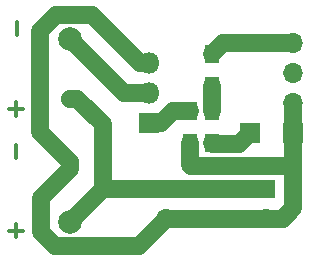
<source format=gbr>
G04 #@! TF.FileFunction,Copper,L1,Top,Signal*
%FSLAX46Y46*%
G04 Gerber Fmt 4.6, Leading zero omitted, Abs format (unit mm)*
G04 Created by KiCad (PCBNEW 4.0.6) date 12/10/17 20:55:37*
%MOMM*%
%LPD*%
G01*
G04 APERTURE LIST*
%ADD10C,0.100000*%
%ADD11C,0.300000*%
%ADD12R,1.600000X1.600000*%
%ADD13C,1.600000*%
%ADD14R,1.300000X1.500000*%
%ADD15C,2.000000*%
%ADD16C,1.524000*%
%ADD17R,1.700000X1.700000*%
%ADD18O,1.700000X1.700000*%
%ADD19R,1.800000X1.800000*%
%ADD20O,1.800000X1.800000*%
%ADD21C,1.500000*%
G04 APERTURE END LIST*
D10*
D11*
X129139143Y-100647428D02*
X129139143Y-99504571D01*
X129012143Y-111061428D02*
X129012143Y-109918571D01*
X128460572Y-117201143D02*
X129603429Y-117201143D01*
X129032000Y-117772571D02*
X129032000Y-116629714D01*
X128460572Y-106914143D02*
X129603429Y-106914143D01*
X129032000Y-107485571D02*
X129032000Y-106342714D01*
D12*
X150241000Y-113665000D03*
D13*
X150241000Y-116165000D03*
D12*
X141732000Y-113665000D03*
D13*
X141732000Y-116165000D03*
D14*
X145669000Y-109808000D03*
X145669000Y-107108000D03*
D15*
X133604000Y-116459000D03*
D16*
X133604000Y-111379000D03*
D17*
X152527000Y-108966000D03*
D18*
X152527000Y-106426000D03*
X152527000Y-103886000D03*
X152527000Y-101346000D03*
D17*
X148844000Y-108966000D03*
D15*
X133604000Y-100965000D03*
D16*
X133604000Y-106045000D03*
D19*
X140335000Y-108077000D03*
D20*
X140335000Y-105537000D03*
X140335000Y-102997000D03*
D14*
X143764000Y-107108000D03*
X143764000Y-109808000D03*
X145669000Y-104982000D03*
X145669000Y-102282000D03*
D21*
X143764000Y-109808000D02*
X143764000Y-111633000D01*
X143891000Y-111760000D02*
X152527000Y-111760000D01*
X143764000Y-111633000D02*
X143891000Y-111760000D01*
X152527000Y-108966000D02*
X152527000Y-111760000D01*
X152527000Y-111760000D02*
X152527000Y-115316000D01*
X152527000Y-115316000D02*
X151638000Y-116205000D01*
X152527000Y-106426000D02*
X152527000Y-108966000D01*
X133604000Y-111379000D02*
X133604000Y-112014000D01*
X133604000Y-112014000D02*
X131191000Y-114427000D01*
X131191000Y-114427000D02*
X131191000Y-117348000D01*
X131191000Y-117348000D02*
X132334000Y-118491000D01*
X132334000Y-118491000D02*
X139446000Y-118491000D01*
X140335000Y-102997000D02*
X139573000Y-102997000D01*
X139573000Y-102997000D02*
X135509000Y-98933000D01*
X135509000Y-98933000D02*
X132461000Y-98933000D01*
X132461000Y-98933000D02*
X131064000Y-100330000D01*
X131064000Y-100330000D02*
X131064000Y-108839000D01*
X131064000Y-108839000D02*
X133604000Y-111379000D01*
X150241000Y-116205000D02*
X141732000Y-116205000D01*
X139446000Y-118491000D02*
X141732000Y-116205000D01*
X151638000Y-116205000D02*
X150241000Y-116205000D01*
X141732000Y-113705000D02*
X150241000Y-113705000D01*
X141732000Y-113705000D02*
X136438000Y-113705000D01*
X136438000Y-113705000D02*
X136398000Y-113665000D01*
X136398000Y-108204000D02*
X136398000Y-113665000D01*
X133604000Y-106045000D02*
X134239000Y-106045000D01*
X134239000Y-106045000D02*
X136398000Y-108204000D01*
X136398000Y-113665000D02*
X133604000Y-116459000D01*
X148844000Y-108966000D02*
X147955000Y-109855000D01*
X147955000Y-109855000D02*
X145716000Y-109855000D01*
X145716000Y-109855000D02*
X145669000Y-109808000D01*
X145669000Y-104982000D02*
X145669000Y-107108000D01*
X152527000Y-101346000D02*
X146605000Y-101346000D01*
X146605000Y-101346000D02*
X145669000Y-102282000D01*
X140335000Y-105537000D02*
X138176000Y-105537000D01*
X138176000Y-105537000D02*
X133604000Y-100965000D01*
X140335000Y-108077000D02*
X141351000Y-108077000D01*
X142320000Y-107108000D02*
X143764000Y-107108000D01*
X141351000Y-108077000D02*
X142320000Y-107108000D01*
M02*

</source>
